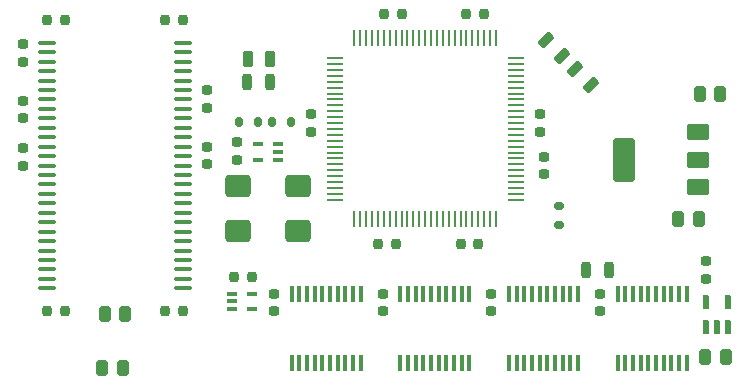
<source format=gtp>
G04 #@! TF.GenerationSoftware,KiCad,Pcbnew,7.0.10*
G04 #@! TF.CreationDate,2024-06-11T15:55:15-04:00*
G04 #@! TF.ProjectId,RAM2GS,52414d32-4753-42e6-9b69-6361645f7063,2.2*
G04 #@! TF.SameCoordinates,Original*
G04 #@! TF.FileFunction,Paste,Top*
G04 #@! TF.FilePolarity,Positive*
%FSLAX46Y46*%
G04 Gerber Fmt 4.6, Leading zero omitted, Abs format (unit mm)*
G04 Created by KiCad (PCBNEW 7.0.10) date 2024-06-11 15:55:15*
%MOMM*%
%LPD*%
G01*
G04 APERTURE LIST*
G04 Aperture macros list*
%AMRoundRect*
0 Rectangle with rounded corners*
0 $1 Rounding radius*
0 $2 $3 $4 $5 $6 $7 $8 $9 X,Y pos of 4 corners*
0 Add a 4 corners polygon primitive as box body*
4,1,4,$2,$3,$4,$5,$6,$7,$8,$9,$2,$3,0*
0 Add four circle primitives for the rounded corners*
1,1,$1+$1,$2,$3*
1,1,$1+$1,$4,$5*
1,1,$1+$1,$6,$7*
1,1,$1+$1,$8,$9*
0 Add four rect primitives between the rounded corners*
20,1,$1+$1,$2,$3,$4,$5,0*
20,1,$1+$1,$4,$5,$6,$7,0*
20,1,$1+$1,$6,$7,$8,$9,0*
20,1,$1+$1,$8,$9,$2,$3,0*%
G04 Aperture macros list end*
%ADD10RoundRect,0.192500X0.242500X-0.192500X0.242500X0.192500X-0.242500X0.192500X-0.242500X-0.192500X0*%
%ADD11RoundRect,0.192500X-0.192500X-0.242500X0.192500X-0.242500X0.192500X0.242500X-0.192500X0.242500X0*%
%ADD12RoundRect,0.192500X-0.242500X0.192500X-0.242500X-0.192500X0.242500X-0.192500X0.242500X0.192500X0*%
%ADD13RoundRect,0.092500X0.092500X-0.592500X0.092500X0.592500X-0.092500X0.592500X-0.092500X-0.592500X0*%
%ADD14RoundRect,0.250000X0.250000X0.425000X-0.250000X0.425000X-0.250000X-0.425000X0.250000X-0.425000X0*%
%ADD15RoundRect,0.250000X-0.250000X-0.425000X0.250000X-0.425000X0.250000X0.425000X-0.250000X0.425000X0*%
%ADD16RoundRect,0.280000X0.670000X0.420000X-0.670000X0.420000X-0.670000X-0.420000X0.670000X-0.420000X0*%
%ADD17RoundRect,0.285000X0.665000X1.565000X-0.665000X1.565000X-0.665000X-1.565000X0.665000X-1.565000X0*%
%ADD18RoundRect,0.200000X-0.477297X-0.194454X-0.194454X-0.477297X0.477297X0.194454X0.194454X0.477297X0*%
%ADD19RoundRect,0.200000X0.477297X0.194454X0.194454X0.477297X-0.477297X-0.194454X-0.194454X-0.477297X0*%
%ADD20RoundRect,0.080000X-0.380000X-0.080000X0.380000X-0.080000X0.380000X0.080000X-0.380000X0.080000X0*%
%ADD21RoundRect,0.057500X-0.645000X-0.057500X0.645000X-0.057500X0.645000X0.057500X-0.645000X0.057500X0*%
%ADD22RoundRect,0.057500X-0.057500X-0.645000X0.057500X-0.645000X0.057500X0.645000X-0.057500X0.645000X0*%
%ADD23RoundRect,0.099500X-0.625500X-0.099500X0.625500X-0.099500X0.625500X0.099500X-0.625500X0.099500X0*%
%ADD24RoundRect,0.288570X-0.773330X-0.673330X0.773330X-0.673330X0.773330X0.673330X-0.773330X0.673330X0*%
%ADD25RoundRect,0.080000X0.380000X0.080000X-0.380000X0.080000X-0.380000X-0.080000X0.380000X-0.080000X0*%
%ADD26RoundRect,0.192500X0.192500X0.242500X-0.192500X0.242500X-0.192500X-0.242500X0.192500X-0.242500X0*%
%ADD27RoundRect,0.200000X0.200000X0.475000X-0.200000X0.475000X-0.200000X-0.475000X0.200000X-0.475000X0*%
%ADD28RoundRect,0.137500X0.137500X-0.487500X0.137500X0.487500X-0.137500X0.487500X-0.137500X-0.487500X0*%
%ADD29RoundRect,0.150000X0.150000X0.275000X-0.150000X0.275000X-0.150000X-0.275000X0.150000X-0.275000X0*%
%ADD30RoundRect,0.150000X-0.150000X-0.275000X0.150000X-0.275000X0.150000X0.275000X-0.150000X0.275000X0*%
%ADD31RoundRect,0.200000X-0.200000X-0.475000X0.200000X-0.475000X0.200000X0.475000X-0.200000X0.475000X0*%
%ADD32RoundRect,0.224700X0.224700X0.437200X-0.224700X0.437200X-0.224700X-0.437200X0.224700X-0.437200X0*%
%ADD33RoundRect,0.150000X-0.275000X0.150000X-0.275000X-0.150000X0.275000X-0.150000X0.275000X0.150000X0*%
G04 APERTURE END LIST*
D10*
X75700000Y-108800000D03*
X75700000Y-107300000D03*
X95100000Y-108800000D03*
X95100000Y-107300000D03*
D11*
X81400000Y-118250000D03*
X82900000Y-118250000D03*
X88400000Y-118250000D03*
X89900000Y-118250000D03*
X81900000Y-98850000D03*
X83400000Y-98850000D03*
D12*
X95500000Y-110900000D03*
X95500000Y-112400000D03*
D11*
X88900000Y-98850000D03*
X90400000Y-98850000D03*
D10*
X51350000Y-107650000D03*
X51350000Y-106150000D03*
X51350000Y-102850000D03*
X51350000Y-101350000D03*
D11*
X53400000Y-99350000D03*
X54900000Y-99350000D03*
X63400000Y-123950000D03*
X64900000Y-123950000D03*
X63400000Y-99350000D03*
X64900000Y-99350000D03*
D12*
X66950000Y-110050000D03*
X66950000Y-111550000D03*
X66950000Y-105250000D03*
X66950000Y-106750000D03*
D10*
X51350000Y-111650000D03*
X51350000Y-110150000D03*
D11*
X53400000Y-123950000D03*
X54900000Y-123950000D03*
D13*
X92500000Y-128400000D03*
X93150000Y-128400000D03*
X93800000Y-128400000D03*
X94450000Y-128400000D03*
X95100000Y-128400000D03*
X95750000Y-128400000D03*
X96400000Y-128400000D03*
X97050000Y-128400000D03*
X97700000Y-128400000D03*
X98350000Y-128400000D03*
X98350000Y-122500000D03*
X97700000Y-122500000D03*
X97050000Y-122500000D03*
X96400000Y-122500000D03*
X95750000Y-122500000D03*
X95100000Y-122500000D03*
X94450000Y-122500000D03*
X93800000Y-122500000D03*
X93150000Y-122500000D03*
X92500000Y-122500000D03*
D12*
X91000000Y-122500000D03*
X91000000Y-124000000D03*
X81800000Y-122500000D03*
X81800000Y-124000000D03*
D13*
X101700000Y-128400000D03*
X102350000Y-128400000D03*
X103000000Y-128400000D03*
X103650000Y-128400000D03*
X104300000Y-128400000D03*
X104950000Y-128400000D03*
X105600000Y-128400000D03*
X106250000Y-128400000D03*
X106900000Y-128400000D03*
X107550000Y-128400000D03*
X107550000Y-122500000D03*
X106900000Y-122500000D03*
X106250000Y-122500000D03*
X105600000Y-122500000D03*
X104950000Y-122500000D03*
X104300000Y-122500000D03*
X103650000Y-122500000D03*
X103000000Y-122500000D03*
X102350000Y-122500000D03*
X101700000Y-122500000D03*
D12*
X72600000Y-122500000D03*
X72600000Y-124000000D03*
D13*
X83300000Y-128400000D03*
X83950000Y-128400000D03*
X84600000Y-128400000D03*
X85250000Y-128400000D03*
X85900000Y-128400000D03*
X86550000Y-128400000D03*
X87200000Y-128400000D03*
X87850000Y-128400000D03*
X88500000Y-128400000D03*
X89150000Y-128400000D03*
X89150000Y-122500000D03*
X88500000Y-122500000D03*
X87850000Y-122500000D03*
X87200000Y-122500000D03*
X86550000Y-122500000D03*
X85900000Y-122500000D03*
X85250000Y-122500000D03*
X84600000Y-122500000D03*
X83950000Y-122500000D03*
X83300000Y-122500000D03*
D14*
X59778000Y-128778000D03*
X58078000Y-128778000D03*
D15*
X109132000Y-127889000D03*
X110832000Y-127889000D03*
D16*
X108537000Y-113450000D03*
D17*
X102237000Y-111150000D03*
D16*
X108537000Y-111150000D03*
X108537000Y-108850000D03*
D15*
X108650000Y-105550000D03*
X110350000Y-105550000D03*
X106850000Y-116150000D03*
X108550000Y-116150000D03*
D18*
X95628249Y-101028249D03*
X96971751Y-102371751D03*
D19*
X99421751Y-104821751D03*
X98078249Y-103478249D03*
D20*
X69050000Y-122500000D03*
X69050000Y-123150000D03*
X69050000Y-123800000D03*
X70750000Y-123800000D03*
X70750000Y-122500000D03*
D13*
X74100000Y-128400000D03*
X74750000Y-128400000D03*
X75400000Y-128400000D03*
X76050000Y-128400000D03*
X76700000Y-128400000D03*
X77350000Y-128400000D03*
X78000000Y-128400000D03*
X78650000Y-128400000D03*
X79300000Y-128400000D03*
X79950000Y-128400000D03*
X79950000Y-122500000D03*
X79300000Y-122500000D03*
X78650000Y-122500000D03*
X78000000Y-122500000D03*
X77350000Y-122500000D03*
X76700000Y-122500000D03*
X76050000Y-122500000D03*
X75400000Y-122500000D03*
X74750000Y-122500000D03*
X74100000Y-122500000D03*
D21*
X77737500Y-102550000D03*
X77737500Y-103050000D03*
X77737500Y-103550000D03*
X77737500Y-104050000D03*
X77737500Y-104550000D03*
X77737500Y-105050000D03*
X77737500Y-105550000D03*
X77737500Y-106050000D03*
X77737500Y-106550000D03*
X77737500Y-107050000D03*
X77737500Y-107550000D03*
X77737500Y-108050000D03*
X77737500Y-108550000D03*
X77737500Y-109050000D03*
X77737500Y-109550000D03*
X77737500Y-110050000D03*
X77737500Y-110550000D03*
X77737500Y-111050000D03*
X77737500Y-111550000D03*
X77737500Y-112050000D03*
X77737500Y-112550000D03*
X77737500Y-113050000D03*
X77737500Y-113550000D03*
X77737500Y-114050000D03*
X77737500Y-114550000D03*
D22*
X79400000Y-116212500D03*
X79900000Y-116212500D03*
X80400000Y-116212500D03*
X80900000Y-116212500D03*
X81400000Y-116212500D03*
X81900000Y-116212500D03*
X82400000Y-116212500D03*
X82900000Y-116212500D03*
X83400000Y-116212500D03*
X83900000Y-116212500D03*
X84400000Y-116212500D03*
X84900000Y-116212500D03*
X85400000Y-116212500D03*
X85900000Y-116212500D03*
X86400000Y-116212500D03*
X86900000Y-116212500D03*
X87400000Y-116212500D03*
X87900000Y-116212500D03*
X88400000Y-116212500D03*
X88900000Y-116212500D03*
X89400000Y-116212500D03*
X89900000Y-116212500D03*
X90400000Y-116212500D03*
X90900000Y-116212500D03*
X91400000Y-116212500D03*
D21*
X93062500Y-114550000D03*
X93062500Y-114050000D03*
X93062500Y-113550000D03*
X93062500Y-113050000D03*
X93062500Y-112550000D03*
X93062500Y-112050000D03*
X93062500Y-111550000D03*
X93062500Y-111050000D03*
X93062500Y-110550000D03*
X93062500Y-110050000D03*
X93062500Y-109550000D03*
X93062500Y-109050000D03*
X93062500Y-108550000D03*
X93062500Y-108050000D03*
X93062500Y-107550000D03*
X93062500Y-107050000D03*
X93062500Y-106550000D03*
X93062500Y-106050000D03*
X93062500Y-105550000D03*
X93062500Y-105050000D03*
X93062500Y-104550000D03*
X93062500Y-104050000D03*
X93062500Y-103550000D03*
X93062500Y-103050000D03*
X93062500Y-102550000D03*
D22*
X91400000Y-100887500D03*
X90900000Y-100887500D03*
X90400000Y-100887500D03*
X89900000Y-100887500D03*
X89400000Y-100887500D03*
X88900000Y-100887500D03*
X88400000Y-100887500D03*
X87900000Y-100887500D03*
X87400000Y-100887500D03*
X86900000Y-100887500D03*
X86400000Y-100887500D03*
X85900000Y-100887500D03*
X85400000Y-100887500D03*
X84900000Y-100887500D03*
X84400000Y-100887500D03*
X83900000Y-100887500D03*
X83400000Y-100887500D03*
X82900000Y-100887500D03*
X82400000Y-100887500D03*
X81900000Y-100887500D03*
X81400000Y-100887500D03*
X80900000Y-100887500D03*
X80400000Y-100887500D03*
X79900000Y-100887500D03*
X79400000Y-100887500D03*
D23*
X53400000Y-101250000D03*
X53400000Y-102050000D03*
X53400000Y-102850000D03*
X53400000Y-103650000D03*
X53400000Y-104450000D03*
X53400000Y-105250000D03*
X53400000Y-106050000D03*
X53400000Y-106850000D03*
X53400000Y-107650000D03*
X53400000Y-108450000D03*
X53400000Y-109250000D03*
X53400000Y-110050000D03*
X53400000Y-110850000D03*
X53400000Y-111650000D03*
X53400000Y-112450000D03*
X53400000Y-113250000D03*
X53400000Y-114050000D03*
X53400000Y-114850000D03*
X53400000Y-115650000D03*
X53400000Y-116450000D03*
X53400000Y-117250000D03*
X53400000Y-118050000D03*
X53400000Y-118850000D03*
X53400000Y-119650000D03*
X53400000Y-120450000D03*
X53400000Y-121250000D03*
X53400000Y-122050000D03*
X64900000Y-122050000D03*
X64900000Y-121250000D03*
X64900000Y-120450000D03*
X64900000Y-119650000D03*
X64900000Y-118850000D03*
X64900000Y-118050000D03*
X64900000Y-117250000D03*
X64900000Y-116450000D03*
X64900000Y-115650000D03*
X64900000Y-114850000D03*
X64900000Y-114050000D03*
X64900000Y-113250000D03*
X64900000Y-112450000D03*
X64900000Y-111650000D03*
X64900000Y-110850000D03*
X64900000Y-110050000D03*
X64900000Y-109250000D03*
X64900000Y-108450000D03*
X64900000Y-107650000D03*
X64900000Y-106850000D03*
X64900000Y-106050000D03*
X64900000Y-105250000D03*
X64900000Y-104450000D03*
X64900000Y-103650000D03*
X64900000Y-102850000D03*
X64900000Y-102050000D03*
X64900000Y-101250000D03*
D24*
X69560000Y-117205000D03*
X74640000Y-117205000D03*
X74640000Y-113395000D03*
X69560000Y-113395000D03*
D25*
X72950000Y-111150000D03*
X72950000Y-110500000D03*
X72950000Y-109850000D03*
X71250000Y-109850000D03*
X71250000Y-111150000D03*
D10*
X69500000Y-111150000D03*
X69500000Y-109650000D03*
D15*
X58300000Y-124250000D03*
X60000000Y-124250000D03*
D26*
X70750000Y-121050000D03*
X69250000Y-121050000D03*
D12*
X100200000Y-122500000D03*
X100200000Y-124000000D03*
D10*
X109150000Y-121250000D03*
X109150000Y-119750000D03*
D27*
X100950000Y-120500000D03*
X99050000Y-120500000D03*
D28*
X109150000Y-125300000D03*
X110100000Y-125300000D03*
X111050000Y-125300000D03*
X111050000Y-123200000D03*
X109150000Y-123200000D03*
D29*
X71250000Y-107950000D03*
X69650000Y-107950000D03*
D30*
X72450000Y-107950000D03*
X74050000Y-107950000D03*
D31*
X70350000Y-104600000D03*
X72250000Y-104600000D03*
D32*
X72237500Y-102650000D03*
X70362500Y-102650000D03*
D33*
X96750000Y-115050000D03*
X96750000Y-116650000D03*
M02*

</source>
